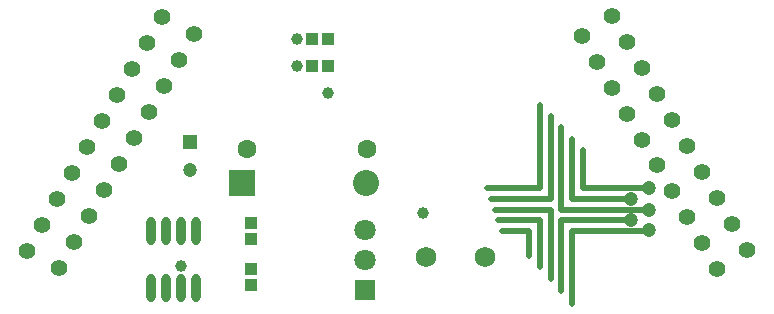
<source format=gbs>
%FSLAX44Y44*%
%MOMM*%
G71*
G01*
G75*
G04 Layer_Color=16711935*
%ADD10C,0.2540*%
%ADD11R,0.6500X0.9000*%
%ADD12R,0.8000X0.9000*%
%ADD13C,1.2000*%
%ADD14C,0.8000*%
%ADD15C,0.7000*%
%ADD16C,0.2000*%
%ADD17C,1.4000*%
%ADD18C,2.0000*%
%ADD19R,2.0000X2.0000*%
%ADD20C,1.5240*%
%ADD21R,1.0000X1.0000*%
%ADD22C,1.0000*%
%ADD23C,1.6000*%
%ADD24R,1.6000X1.6000*%
%ADD25C,1.2000*%
%ADD26C,0.8000*%
%ADD27O,0.6000X2.2000*%
%ADD28R,0.9000X0.8000*%
%ADD29C,0.5000*%
%ADD30C,0.2500*%
%ADD31C,0.0250*%
%ADD32C,0.4000*%
%ADD33C,0.1500*%
%ADD34R,0.8000X2.8000*%
%ADD35R,0.8532X1.1032*%
%ADD36R,1.0032X1.1032*%
%ADD37C,1.6032*%
%ADD38C,2.2032*%
%ADD39R,2.2032X2.2032*%
%ADD40C,1.7272*%
%ADD41R,1.2032X1.2032*%
%ADD42C,1.2032*%
%ADD43C,1.8032*%
%ADD44R,1.8032X1.8032*%
%ADD45C,1.4032*%
%ADD46C,1.0032*%
%ADD47O,0.8032X2.4032*%
%ADD48R,1.1032X1.0032*%
D29*
X89270Y94360D02*
X136670D01*
X92370Y85357D02*
X127670Y85360D01*
Y45430D02*
Y85360D01*
X163670Y112360D02*
X219570D01*
X163670D02*
Y144330D01*
X95769Y76365D02*
X118670D01*
X136670Y35330D02*
Y94365D01*
X85770Y103330D02*
X136670D01*
Y103325D02*
Y173830D01*
X83170Y112355D02*
X127670D01*
Y183230D01*
X118670Y55030D02*
Y76365D01*
X154670Y103360D02*
X204970D01*
X154670D02*
Y154030D01*
X145670Y94360D02*
X219570D01*
X145670D02*
Y163930D01*
X154670Y76360D02*
X219570D01*
X154670Y14730D02*
Y76360D01*
X145670Y85355D02*
X204970D01*
X145670Y25430D02*
Y85355D01*
D36*
X-51470Y239050D02*
D03*
X-65470D02*
D03*
Y215550D02*
D03*
X-51470D02*
D03*
D37*
X-120610Y145680D02*
D03*
X-19010D02*
D03*
D38*
X-20030Y116540D02*
D03*
D39*
X-124630D02*
D03*
D40*
X80700Y54500D02*
D03*
X30700D02*
D03*
D41*
X-168900Y151700D02*
D03*
D42*
Y127700D02*
D03*
X219570Y112360D02*
D03*
X204970Y103360D02*
D03*
X219570Y94360D02*
D03*
X204970Y85355D02*
D03*
X219570Y76830D02*
D03*
D43*
X-20800Y76700D02*
D03*
Y51300D02*
D03*
D44*
Y25900D02*
D03*
D45*
X303242Y60293D02*
D03*
X290542Y82290D02*
D03*
X277842Y104288D02*
D03*
X265142Y126285D02*
D03*
X252442Y148282D02*
D03*
X239742Y170279D02*
D03*
X227042Y192276D02*
D03*
X214342Y214273D02*
D03*
X201642Y236270D02*
D03*
X188942Y258267D02*
D03*
X163105Y241618D02*
D03*
X175805Y219621D02*
D03*
X188505Y197624D02*
D03*
X201205Y175627D02*
D03*
X213905Y153630D02*
D03*
X226605Y131632D02*
D03*
X239305Y109635D02*
D03*
X252005Y87638D02*
D03*
X264705Y65641D02*
D03*
X277405Y43644D02*
D03*
X-279643Y44857D02*
D03*
X-266943Y66854D02*
D03*
X-254244Y88851D02*
D03*
X-241544Y110848D02*
D03*
X-228843Y132845D02*
D03*
X-216143Y154842D02*
D03*
X-203444Y176839D02*
D03*
X-190744Y198836D02*
D03*
X-178043Y220833D02*
D03*
X-165343Y242830D02*
D03*
X-192631Y256968D02*
D03*
X-205331Y234971D02*
D03*
X-218030Y212974D02*
D03*
X-230730Y190977D02*
D03*
X-243431Y168980D02*
D03*
X-256131Y146982D02*
D03*
X-268831Y124986D02*
D03*
X-281530Y102988D02*
D03*
X-294230Y80991D02*
D03*
X-306931Y58994D02*
D03*
D46*
X28580Y91770D02*
D03*
X-52000Y192600D02*
D03*
X-78270Y238950D02*
D03*
Y215450D02*
D03*
X-176500Y46400D02*
D03*
D47*
X-163550Y28200D02*
D03*
X-176250D02*
D03*
X-188950D02*
D03*
X-201650D02*
D03*
X-163550Y76200D02*
D03*
X-176250D02*
D03*
X-188950D02*
D03*
X-201650D02*
D03*
D48*
X-117100Y83200D02*
D03*
Y69200D02*
D03*
Y44300D02*
D03*
Y30300D02*
D03*
M02*

</source>
